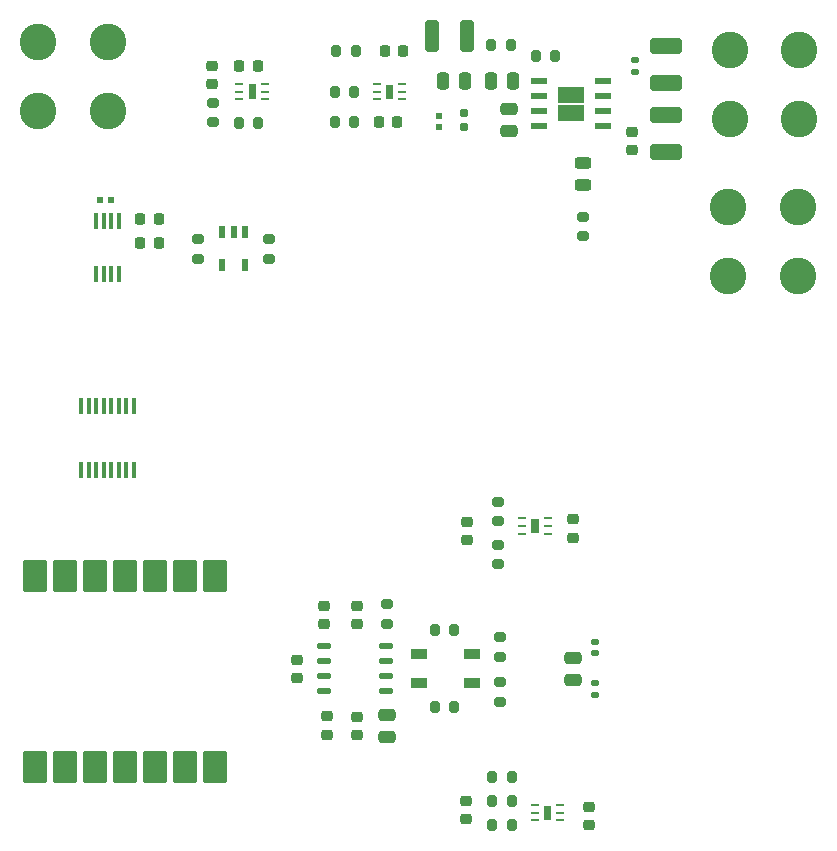
<source format=gbr>
%TF.GenerationSoftware,KiCad,Pcbnew,8.0.7*%
%TF.CreationDate,2025-03-11T17:28:54-05:00*%
%TF.ProjectId,motorboard,6d6f746f-7262-46f6-9172-642e6b696361,rev?*%
%TF.SameCoordinates,Original*%
%TF.FileFunction,Paste,Top*%
%TF.FilePolarity,Positive*%
%FSLAX46Y46*%
G04 Gerber Fmt 4.6, Leading zero omitted, Abs format (unit mm)*
G04 Created by KiCad (PCBNEW 8.0.7) date 2025-03-11 17:28:54*
%MOMM*%
%LPD*%
G01*
G04 APERTURE LIST*
G04 Aperture macros list*
%AMRoundRect*
0 Rectangle with rounded corners*
0 $1 Rounding radius*
0 $2 $3 $4 $5 $6 $7 $8 $9 X,Y pos of 4 corners*
0 Add a 4 corners polygon primitive as box body*
4,1,4,$2,$3,$4,$5,$6,$7,$8,$9,$2,$3,0*
0 Add four circle primitives for the rounded corners*
1,1,$1+$1,$2,$3*
1,1,$1+$1,$4,$5*
1,1,$1+$1,$6,$7*
1,1,$1+$1,$8,$9*
0 Add four rect primitives between the rounded corners*
20,1,$1+$1,$2,$3,$4,$5,0*
20,1,$1+$1,$4,$5,$6,$7,0*
20,1,$1+$1,$6,$7,$8,$9,0*
20,1,$1+$1,$8,$9,$2,$3,0*%
G04 Aperture macros list end*
%ADD10C,0.000000*%
%ADD11RoundRect,0.200000X0.200000X0.275000X-0.200000X0.275000X-0.200000X-0.275000X0.200000X-0.275000X0*%
%ADD12RoundRect,0.200000X-0.275000X0.200000X-0.275000X-0.200000X0.275000X-0.200000X0.275000X0.200000X0*%
%ADD13RoundRect,0.225000X0.250000X-0.225000X0.250000X0.225000X-0.250000X0.225000X-0.250000X-0.225000X0*%
%ADD14RoundRect,0.200000X0.275000X-0.200000X0.275000X0.200000X-0.275000X0.200000X-0.275000X-0.200000X0*%
%ADD15R,0.630000X0.510000*%
%ADD16RoundRect,0.225000X0.225000X0.250000X-0.225000X0.250000X-0.225000X-0.250000X0.225000X-0.250000X0*%
%ADD17C,3.100000*%
%ADD18R,0.756067X0.292473*%
%ADD19RoundRect,0.200000X-0.200000X-0.275000X0.200000X-0.275000X0.200000X0.275000X-0.200000X0.275000X0*%
%ADD20R,0.431000X1.327899*%
%ADD21R,1.460500X0.558800*%
%ADD22RoundRect,0.250000X0.325000X1.100000X-0.325000X1.100000X-0.325000X-1.100000X0.325000X-1.100000X0*%
%ADD23R,0.508000X0.977900*%
%ADD24RoundRect,0.250000X0.250000X0.475000X-0.250000X0.475000X-0.250000X-0.475000X0.250000X-0.475000X0*%
%ADD25RoundRect,0.250000X-0.250000X-0.475000X0.250000X-0.475000X0.250000X0.475000X-0.250000X0.475000X0*%
%ADD26RoundRect,0.140000X-0.170000X0.140000X-0.170000X-0.140000X0.170000X-0.140000X0.170000X0.140000X0*%
%ADD27RoundRect,0.225000X-0.250000X0.225000X-0.250000X-0.225000X0.250000X-0.225000X0.250000X0.225000X0*%
%ADD28RoundRect,0.243750X0.456250X-0.243750X0.456250X0.243750X-0.456250X0.243750X-0.456250X-0.243750X0*%
%ADD29RoundRect,0.200000X0.800000X-1.175000X0.800000X1.175000X-0.800000X1.175000X-0.800000X-1.175000X0*%
%ADD30RoundRect,0.200000X-0.800000X1.175000X-0.800000X-1.175000X0.800000X-1.175000X0.800000X1.175000X0*%
%ADD31RoundRect,0.225000X-0.225000X-0.250000X0.225000X-0.250000X0.225000X0.250000X-0.225000X0.250000X0*%
%ADD32RoundRect,0.250000X-1.100000X0.412500X-1.100000X-0.412500X1.100000X-0.412500X1.100000X0.412500X0*%
%ADD33R,1.350000X0.900000*%
%ADD34R,0.510000X0.630000*%
%ADD35O,1.250000X0.549999*%
%ADD36RoundRect,0.250000X-0.475000X0.250000X-0.475000X-0.250000X0.475000X-0.250000X0.475000X0.250000X0*%
%ADD37RoundRect,0.250000X1.100000X-0.412500X1.100000X0.412500X-1.100000X0.412500X-1.100000X-0.412500X0*%
%ADD38RoundRect,0.135000X0.185000X-0.135000X0.185000X0.135000X-0.185000X0.135000X-0.185000X-0.135000X0*%
%ADD39RoundRect,0.160000X-0.160000X0.197500X-0.160000X-0.197500X0.160000X-0.197500X0.160000X0.197500X0*%
%ADD40RoundRect,0.250000X0.475000X-0.250000X0.475000X0.250000X-0.475000X0.250000X-0.475000X-0.250000X0*%
%ADD41R,0.354800X1.454899*%
G04 APERTURE END LIST*
D10*
%TO.C,U8*%
G36*
X154859543Y-129295710D02*
G01*
X154244121Y-129295710D01*
X154244121Y-128080287D01*
X154859543Y-128080287D01*
X154859543Y-129295710D01*
G37*
%TO.C,U7*%
G36*
X153780543Y-105023709D02*
G01*
X153165121Y-105023709D01*
X153165121Y-103808286D01*
X153780543Y-103808286D01*
X153780543Y-105023709D01*
G37*
%TO.C,U11*%
G36*
X141474711Y-68252473D02*
G01*
X140859289Y-68252473D01*
X140859289Y-67037050D01*
X141474711Y-67037050D01*
X141474711Y-68252473D01*
G37*
%TO.C,U5*%
G36*
X157600800Y-68561000D02*
G01*
X155413200Y-68561000D01*
X155413200Y-67211600D01*
X157600800Y-67211600D01*
X157600800Y-68561000D01*
G37*
G36*
X157600800Y-70110400D02*
G01*
X155413200Y-70110400D01*
X155413200Y-68761000D01*
X157600800Y-68761000D01*
X157600800Y-70110400D01*
G37*
%TO.C,U9*%
G36*
X129842679Y-68240711D02*
G01*
X129227257Y-68240711D01*
X129227257Y-67025288D01*
X129842679Y-67025288D01*
X129842679Y-68240711D01*
G37*
%TD*%
D11*
%TO.C,R3*%
X146625001Y-119719200D03*
X144975001Y-119719200D03*
%TD*%
%TO.C,R4*%
X146625001Y-113219200D03*
X144975001Y-113219200D03*
%TD*%
D12*
%TO.C,R22*%
X157551000Y-78237000D03*
X157551000Y-79887000D03*
%TD*%
D11*
%TO.C,R11*%
X155173000Y-64597000D03*
X153523000Y-64597000D03*
%TD*%
D13*
%TO.C,C25*%
X126168000Y-67011001D03*
X126168000Y-65461001D03*
%TD*%
D14*
%TO.C,R7*%
X130941751Y-81782450D03*
X130941751Y-80132450D03*
%TD*%
D12*
%TO.C,R8*%
X124972751Y-80132450D03*
X124972751Y-81782450D03*
%TD*%
D15*
%TO.C,L1*%
X145331000Y-70645000D03*
X145331000Y-69725000D03*
%TD*%
D16*
%TO.C,C22*%
X141815000Y-70184763D03*
X140265000Y-70184763D03*
%TD*%
D17*
%TO.C,J7*%
X169842000Y-77383000D03*
X169842000Y-83253000D03*
X175712000Y-77383000D03*
X175712000Y-83253000D03*
%TD*%
D18*
%TO.C,U8*%
X153473800Y-128037999D03*
X153473800Y-128688000D03*
X153473800Y-129338001D03*
X155629864Y-129338001D03*
X155629864Y-128688000D03*
X155629864Y-128037999D03*
%TD*%
D11*
%TO.C,R10*%
X151426000Y-63681000D03*
X149776000Y-63681000D03*
%TD*%
D18*
%TO.C,U7*%
X152394800Y-103765998D03*
X152394800Y-104415999D03*
X152394800Y-105066000D03*
X154550864Y-105066000D03*
X154550864Y-104415999D03*
X154550864Y-103765998D03*
%TD*%
D19*
%TO.C,R14*%
X149854800Y-125640000D03*
X151504800Y-125640000D03*
%TD*%
D20*
%TO.C,U4*%
X118266999Y-78626652D03*
X117617001Y-78626652D03*
X116966999Y-78626652D03*
X116317001Y-78626652D03*
X116317001Y-83053348D03*
X116966999Y-83053348D03*
X117617001Y-83053348D03*
X118266999Y-83053348D03*
%TD*%
D18*
%TO.C,U11*%
X140088968Y-66994762D03*
X140088968Y-67644763D03*
X140088968Y-68294764D03*
X142245032Y-68294764D03*
X142245032Y-67644763D03*
X142245032Y-66994762D03*
%TD*%
D19*
%TO.C,R18*%
X136545200Y-67644763D03*
X138195200Y-67644763D03*
%TD*%
D21*
%TO.C,U5*%
X159231150Y-70566000D03*
X159231150Y-69296000D03*
X159231150Y-68026000D03*
X159231150Y-66756000D03*
X153782850Y-66756000D03*
X153782850Y-68026000D03*
X153782850Y-69296000D03*
X153782850Y-70566000D03*
%TD*%
D22*
%TO.C,C15*%
X147723000Y-62933000D03*
X144773000Y-62933000D03*
%TD*%
D23*
%TO.C,U6*%
X128909751Y-79560450D03*
X127959750Y-79560450D03*
X127009749Y-79560450D03*
X127009749Y-82290950D03*
X128909751Y-82290950D03*
%TD*%
D24*
%TO.C,C13*%
X147551000Y-66756000D03*
X145651000Y-66756000D03*
%TD*%
D25*
%TO.C,C14*%
X149728000Y-66756000D03*
X151628000Y-66756000D03*
%TD*%
D26*
%TO.C,C1*%
X158550001Y-117739200D03*
X158550001Y-118699200D03*
%TD*%
D27*
%TO.C,C11*%
X161714000Y-71048000D03*
X161714000Y-72598000D03*
%TD*%
D19*
%TO.C,R21*%
X128391000Y-70300001D03*
X130041000Y-70300001D03*
%TD*%
D13*
%TO.C,C18*%
X156712800Y-105385700D03*
X156712800Y-103835700D03*
%TD*%
D27*
%TO.C,C21*%
X147631800Y-127659000D03*
X147631800Y-129209000D03*
%TD*%
D13*
%TO.C,C7*%
X138424800Y-112699000D03*
X138424800Y-111149000D03*
%TD*%
D28*
%TO.C,D2*%
X157551000Y-75554500D03*
X157551000Y-73679500D03*
%TD*%
D19*
%TO.C,R19*%
X136532000Y-70184763D03*
X138182000Y-70184763D03*
%TD*%
D29*
%TO.C,U1*%
X111149756Y-108618000D03*
X113689756Y-108618000D03*
X116229756Y-108618000D03*
X118769756Y-108618000D03*
X121309756Y-108618000D03*
X123849756Y-108618000D03*
X126389756Y-108618000D03*
D30*
X126389756Y-124783000D03*
X123849756Y-124783000D03*
X121309756Y-124783000D03*
X118769756Y-124783000D03*
X116229756Y-124783000D03*
X113689756Y-124783000D03*
X111149756Y-124783000D03*
%TD*%
D31*
%TO.C,C16*%
X120073000Y-78457000D03*
X121623000Y-78457000D03*
%TD*%
D32*
%TO.C,C10*%
X164536000Y-69625500D03*
X164536000Y-72750500D03*
%TD*%
D33*
%TO.C,FL1*%
X148176201Y-117719200D03*
X148176201Y-115219200D03*
X143626201Y-115219200D03*
X143626201Y-117719200D03*
%TD*%
D13*
%TO.C,C20*%
X158045800Y-129717000D03*
X158045800Y-128167000D03*
%TD*%
D14*
%TO.C,R2*%
X150550001Y-115492200D03*
X150550001Y-113842200D03*
%TD*%
D34*
%TO.C,L2*%
X116626000Y-76776000D03*
X117546000Y-76776000D03*
%TD*%
D35*
%TO.C,U2*%
X135630800Y-114591000D03*
X135630800Y-115861000D03*
X135630800Y-117131000D03*
X135630800Y-118401000D03*
X140880800Y-118401000D03*
X140880800Y-117131000D03*
X140880800Y-115861000D03*
X140880800Y-114591000D03*
%TD*%
D27*
%TO.C,C6*%
X133344800Y-115721000D03*
X133344800Y-117271000D03*
%TD*%
D14*
%TO.C,R5*%
X140964800Y-112686000D03*
X140964800Y-111036000D03*
%TD*%
D31*
%TO.C,C17*%
X120073000Y-80459000D03*
X121623000Y-80459000D03*
%TD*%
D36*
%TO.C,C4*%
X140934800Y-120372000D03*
X140934800Y-122272000D03*
%TD*%
D11*
%TO.C,R15*%
X151518000Y-129736000D03*
X149868000Y-129736000D03*
%TD*%
D37*
%TO.C,C11*%
X164536000Y-66908500D03*
X164536000Y-63783500D03*
%TD*%
D12*
%TO.C,R13*%
X150362800Y-106019000D03*
X150362800Y-107669000D03*
%TD*%
D38*
%TO.C,R6*%
X161968000Y-65983000D03*
X161968000Y-64963000D03*
%TD*%
D13*
%TO.C,C9*%
X135630800Y-112699000D03*
X135630800Y-111149000D03*
%TD*%
D27*
%TO.C,C5*%
X138424800Y-120547000D03*
X138424800Y-122097000D03*
%TD*%
%TO.C,C19*%
X147695800Y-104037000D03*
X147695800Y-105587000D03*
%TD*%
D36*
%TO.C,C12*%
X151300000Y-69108000D03*
X151300000Y-71008000D03*
%TD*%
D39*
%TO.C,R9*%
X147490000Y-69460500D03*
X147490000Y-70655500D03*
%TD*%
D17*
%TO.C,J6*%
X111422000Y-63441000D03*
X111422000Y-69311000D03*
X117292000Y-63441000D03*
X117292000Y-69311000D03*
%TD*%
D26*
%TO.C,C2*%
X158550001Y-114239200D03*
X158550001Y-115199200D03*
%TD*%
D40*
%TO.C,C3*%
X156662000Y-117478000D03*
X156662000Y-115578000D03*
%TD*%
D19*
%TO.C,R16*%
X149854800Y-127672000D03*
X151504800Y-127672000D03*
%TD*%
D14*
%TO.C,R12*%
X150312000Y-104018000D03*
X150312000Y-102368000D03*
%TD*%
D17*
%TO.C,J4*%
X169969000Y-64076000D03*
X169969000Y-69946000D03*
X175839000Y-64076000D03*
X175839000Y-69946000D03*
%TD*%
D14*
%TO.C,R1*%
X150550001Y-119302200D03*
X150550001Y-117652200D03*
%TD*%
D27*
%TO.C,C8*%
X135884800Y-120534000D03*
X135884800Y-122084000D03*
%TD*%
D41*
%TO.C,U3*%
X115069500Y-99691348D03*
X115704500Y-99691348D03*
X116339500Y-99691348D03*
X116974500Y-99691348D03*
X117609500Y-99691348D03*
X118244500Y-99691348D03*
X118879500Y-99691348D03*
X119514500Y-99691348D03*
X119514500Y-94248652D03*
X118879500Y-94248652D03*
X118244500Y-94248652D03*
X117609500Y-94248652D03*
X116974500Y-94248652D03*
X116339500Y-94248652D03*
X115704500Y-94248652D03*
X115069500Y-94248652D03*
%TD*%
D14*
%TO.C,R20*%
X126182000Y-70235000D03*
X126182000Y-68585000D03*
%TD*%
D31*
%TO.C,C23*%
X140747000Y-64177663D03*
X142297000Y-64177663D03*
%TD*%
D11*
%TO.C,R17*%
X138308400Y-64177663D03*
X136658400Y-64177663D03*
%TD*%
D16*
%TO.C,C24*%
X129991000Y-65474001D03*
X128441000Y-65474001D03*
%TD*%
D18*
%TO.C,U9*%
X128456936Y-66983000D03*
X128456936Y-67633001D03*
X128456936Y-68283002D03*
X130613000Y-68283002D03*
X130613000Y-67633001D03*
X130613000Y-66983000D03*
%TD*%
M02*

</source>
